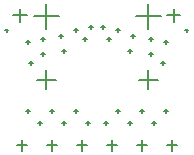
<source format=gbr>
%TF.GenerationSoftware,Altium Limited,Altium Designer,21.3.2 (30)*%
G04 Layer_Color=128*
%FSLAX44Y44*%
%MOMM*%
%TF.SameCoordinates,675AFF39-0D07-4396-8A84-043E8CC343DD*%
%TF.FilePolarity,Positive*%
%TF.FileFunction,Drillmap*%
%TF.Part,Single*%
G01*
G75*
%TA.AperFunction,NonConductor*%
%ADD42C,0.1270*%
D42*
X59240Y10000D02*
X70760D01*
X65000Y4240D02*
Y15760D01*
X-70760Y10000D02*
X-59240D01*
X-65000Y4240D02*
Y15760D01*
X-68000Y-100000D02*
X-59000D01*
X-63500Y-104500D02*
Y-95500D01*
X-42600Y-100000D02*
X-33600D01*
X-38100Y-104500D02*
Y-95500D01*
X-17200Y-100000D02*
X-8200D01*
X-12700Y-104500D02*
Y-95500D01*
X8200Y-100000D02*
X17200D01*
X12700Y-104500D02*
Y-95500D01*
X33600Y-100000D02*
X42600D01*
X38100Y-104500D02*
Y-95500D01*
X59000Y-100000D02*
X68000D01*
X63500Y-104500D02*
Y-95500D01*
X33100Y9040D02*
X54100D01*
X43600Y-1460D02*
Y19540D01*
X-53300Y9040D02*
X-32300D01*
X-42800Y-1460D02*
Y19540D01*
X35400Y-44460D02*
X51400D01*
X43400Y-52460D02*
Y-36460D01*
X-51000Y-44460D02*
X-35000D01*
X-43000Y-52460D02*
Y-36460D01*
X56515Y-71120D02*
X60325D01*
X58420Y-73025D02*
Y-69215D01*
X46355Y-81280D02*
X50165D01*
X48260Y-83185D02*
Y-79375D01*
X36195Y-71120D02*
X40005D01*
X38100Y-73025D02*
Y-69215D01*
X26035Y-81280D02*
X29845D01*
X27940Y-83185D02*
Y-79375D01*
X15875Y-71120D02*
X19685D01*
X17780Y-73025D02*
Y-69215D01*
X5715Y-81280D02*
X9525D01*
X7620Y-83185D02*
Y-79375D01*
X-9525Y-81280D02*
X-5715D01*
X-7620Y-83185D02*
Y-79375D01*
X-19685Y-71120D02*
X-15875D01*
X-17780Y-73025D02*
Y-69215D01*
X-29845Y-81280D02*
X-26035D01*
X-27940Y-83185D02*
Y-79375D01*
X-40005Y-71120D02*
X-36195D01*
X-38100Y-73025D02*
Y-69215D01*
X-50165Y-81280D02*
X-46355D01*
X-48260Y-83185D02*
Y-79375D01*
X-60325Y-71120D02*
X-56515D01*
X-58420Y-73025D02*
Y-69215D01*
X74930Y-2540D02*
X77470D01*
X76200Y-3810D02*
Y-1270D01*
X-77470Y-2540D02*
X-74930D01*
X-76200Y-3810D02*
Y-1270D01*
X8255Y-10160D02*
X12065D01*
X10160Y-12065D02*
Y-8255D01*
X15875Y-2540D02*
X19685D01*
X17780Y-4445D02*
Y-635D01*
X-19685Y-2540D02*
X-15875D01*
X-17780Y-4445D02*
Y-635D01*
X-6985Y0D02*
X-3175D01*
X-5080Y-1905D02*
Y1905D01*
X3175Y0D02*
X6985D01*
X5080Y-1905D02*
Y1905D01*
X-12065Y-10160D02*
X-8255D01*
X-10160Y-12065D02*
Y-8255D01*
X43815Y-22860D02*
X47625D01*
X45720Y-24765D02*
Y-20955D01*
X-29845Y-20320D02*
X-26035D01*
X-27940Y-22225D02*
Y-18415D01*
X26035Y-20320D02*
X29845D01*
X27940Y-22225D02*
Y-18415D01*
X-47625Y-10160D02*
X-43815D01*
X-45720Y-12065D02*
Y-8255D01*
X43815Y-10160D02*
X47625D01*
X45720Y-12065D02*
Y-8255D01*
X28575Y-7620D02*
X32385D01*
X30480Y-9525D02*
Y-5715D01*
X-57785Y-30480D02*
X-53975D01*
X-55880Y-32385D02*
Y-28575D01*
X-47625Y-22860D02*
X-43815D01*
X-45720Y-24765D02*
Y-20955D01*
X53975Y-30480D02*
X57785D01*
X55880Y-32385D02*
Y-28575D01*
X-32385Y-7620D02*
X-28575D01*
X-30480Y-9525D02*
Y-5715D01*
X-60325Y-12700D02*
X-56515D01*
X-58420Y-14605D02*
Y-10795D01*
X56515Y-12700D02*
X60325D01*
X58420Y-14605D02*
Y-10795D01*
%TF.MD5,823cf78f25ffd781e38d6a8e58e78272*%
M02*

</source>
